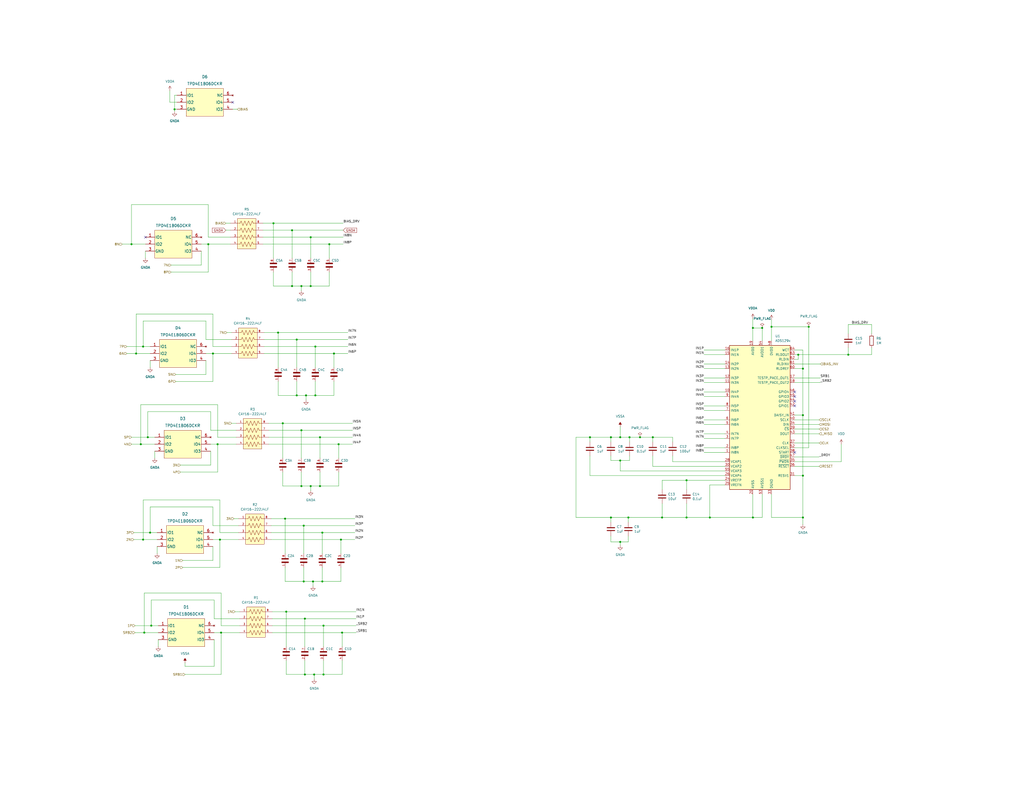
<source format=kicad_sch>
(kicad_sch (version 20211123) (generator eeschema)
  (paper "C")
  (title_block (title "Daisy Functionality") (date "2023-01-05") (rev "A") (company "Brain-4ce"))
  (lib_symbols
    (symbol "Analog_ADC:ADS1298xPAG"
      (property "Reference" "U" (at -16.51 44.45 0))
      (property "Value" "ADS1298xPAG" (at 6.35 44.45 0))
      (symbol "ADS1298xPAG_0_1"
        (rectangle (start -17.78 43.18) (end 15.24 -35.56) (stroke (width 0.254)) (fill (type background)))
      )
      (symbol "ADS1298xPAG_1_1"
        (pin input line (at -20.32 -15.24 0) (length 2.54) (name "IN8N") (number "1"))
        (pin input line (at -20.32 17.78 0) (length 2.54) (name "IN4P") (number "10"))
        (pin input line (at -20.32 22.86 0) (length 2.54) (name "IN3N") (number "11"))
        (pin input line (at -20.32 25.4 0) (length 2.54) (name "IN3P") (number "12"))
        (pin input line (at -20.32 30.48 0) (length 2.54) (name "IN2N") (number "13"))
        (pin input line (at -20.32 33.02 0) (length 2.54) (name "IN2P") (number "14"))
        (pin input line (at -20.32 38.1 0) (length 2.54) (name "IN1N") (number "15"))
        (pin input line (at -20.32 40.64 0) (length 2.54) (name "IN1P") (number "16"))
        (pin bidirectional line (at 17.78 25.4 180) (length 2.54) (name "TESTP_PACE_OUT1") (number "17"))
        (pin bidirectional line (at 17.78 22.86 180) (length 2.54) (name "TESTP_PACE_OUT2") (number "18"))
        (pin power_in line (at -5.08 45.72 270) (length 2.54) (name "AVDD") (number "19"))
        (pin input line (at -20.32 -12.7 0) (length 2.54) (name "IN8P") (number "2"))
        (pin power_in line (at -5.08 -38.1 90) (length 2.54) (name "AVSS") (number "20"))
        (pin passive line (at -5.08 45.72 270) (length 2.54) hide (name "AVDD") (number "21"))
        (pin passive line (at -5.08 45.72 270) (length 2.54) hide (name "AVDD") (number "22"))
        (pin passive line (at -5.08 -38.1 90) (length 2.54) hide (name "AVSS") (number "23"))
        (pin passive line (at -20.32 -30.48 0) (length 2.54) (name "VREFP") (number "24"))
        (pin passive line (at -20.32 -33.02 0) (length 2.54) (name "VREFN") (number "25"))
        (pin passive line (at -20.32 -27.94 0) (length 2.54) (name "VCAP4") (number "26"))
        (pin no_connect line (at 15.24 -30.48 180) (length 2.54) hide (name "NC") (number "27"))
        (pin passive line (at -20.32 -20.32 0) (length 2.54) (name "VCAP1") (number "28"))
        (pin no_connect line (at 15.24 -33.02 180) (length 2.54) hide (name "NC") (number "29"))
        (pin input line (at -20.32 -7.62 0) (length 2.54) (name "IN7P") (number "3"))
        (pin passive line (at -20.32 -22.86 0) (length 2.54) (name "VCAP2") (number "30"))
        (pin input line (at 17.78 -27.94 180) (length 2.54) (name "RESV1") (number "31"))
        (pin passive line (at -5.08 -38.1 90) (length 2.54) hide (name "AVSS") (number "32"))
        (pin power_in line (at 5.08 -38.1 90) (length 2.54) (name "DGND") (number "33"))
        (pin input line (at 17.78 0 180) (length 2.54) (name "DIN") (number "34"))
        (pin input line (at 17.78 -20.32 180) (length 2.54) (name "~{PWDN}") (number "35"))
        (pin input line (at 17.78 -22.86 180) (length 2.54) (name "~{RESET}") (number "36"))
        (pin bidirectional line (at 17.78 -10.16 180) (length 2.54) (name "CLK") (number "37"))
        (pin input line (at 17.78 -15.24 180) (length 2.54) (name "START") (number "38"))
        (pin input line (at 17.78 -2.54 180) (length 2.54) (name "~{CS}") (number "39"))
        (pin input line (at -20.32 -5.08 0) (length 2.54) (name "IN7N") (number "4"))
        (pin input line (at 17.78 2.54 180) (length 2.54) (name "SCLK") (number "40"))
        (pin input line (at 17.78 5.08 180) (length 2.54) (name "DAISY_IN") (number "41"))
        (pin bidirectional line (at 17.78 10.16 180) (length 2.54) (name "GPIO1") (number "42"))
        (pin output line (at 17.78 -5.08 180) (length 2.54) (name "DOUT") (number "43"))
        (pin bidirectional line (at 17.78 12.7 180) (length 2.54) (name "GPIO2") (number "44"))
        (pin bidirectional line (at 17.78 15.24 180) (length 2.54) (name "GPIO3") (number "45"))
        (pin bidirectional line (at 17.78 17.78 180) (length 2.54) (name "GPIO4") (number "46"))
        (pin output line (at 17.78 -17.78 180) (length 2.54) (name "~{DRDY}") (number "47"))
        (pin power_in line (at 5.08 45.72 270) (length 2.54) (name "DVDD") (number "48"))
        (pin passive line (at 5.08 -38.1 90) (length 2.54) hide (name "DGND") (number "49"))
        (pin input line (at -20.32 0 0) (length 2.54) (name "IN6N") (number "5"))
        (pin passive line (at 5.08 45.72 270) (length 2.54) hide (name "DVDD") (number "50"))
        (pin passive line (at 5.08 -38.1 90) (length 2.54) hide (name "DGND") (number "51"))
        (pin input line (at 17.78 -12.7 180) (length 2.54) (name "CLKSEL") (number "52"))
        (pin power_in line (at 0 -38.1 90) (length 2.54) (name "AVSS1") (number "53"))
        (pin power_in line (at 0 45.72 270) (length 2.54) (name "AVDD1") (number "54"))
        (pin passive line (at -20.32 -25.4 0) (length 2.54) (name "VCAP3") (number "55"))
        (pin passive line (at -5.08 45.72 270) (length 2.54) hide (name "AVDD") (number "56"))
        (pin passive line (at -5.08 -38.1 90) (length 2.54) hide (name "AVSS") (number "57"))
        (pin passive line (at -5.08 -38.1 90) (length 2.54) hide (name "AVSS") (number "58"))
        (pin passive line (at -5.08 45.72 270) (length 2.54) hide (name "AVDD") (number "59"))
        (pin input line (at -20.32 2.54 0) (length 2.54) (name "IN6P") (number "6"))
        (pin input line (at 17.78 30.48 180) (length 2.54) (name "RLDREF") (number "60"))
        (pin input line (at 17.78 33.02 180) (length 2.54) (name "RLDINV") (number "61"))
        (pin input line (at 17.78 35.56 180) (length 2.54) (name "RLDIN") (number "62"))
        (pin output line (at 17.78 38.1 180) (length 2.54) (name "RLDOUT") (number "63"))
        (pin output line (at 17.78 40.64 180) (length 2.54) (name "WCT") (number "64"))
        (pin input line (at -20.32 7.62 0) (length 2.54) (name "IN5N") (number "7"))
        (pin input line (at -20.32 10.16 0) (length 2.54) (name "IN5P") (number "8"))
        (pin input line (at -20.32 15.24 0) (length 2.54) (name "IN4N") (number "9"))
      )
    )
    (symbol "Capacitor Arrays:CA0508KRX7R9BB102" (pin_names (offset 1.016))
      (property "Reference" "C" (at 0 3.8109 0))
      (symbol "CA0508KRX7R9BB102_1_0"
        (rectangle (start 0 -1.9069) (end 0.635 1.905) (stroke (width 0.1)) (fill (type outline)))
        (rectangle (start 1.9069 -1.9069) (end 2.54 1.905) (stroke (width 0.1)) (fill (type outline)))
        (pin passive line (at 5.08 0 180) (length 2.54) (name "~") (number "1"))
        (pin passive line (at -2.54 0 0) (length 2.54) (name "~") (number "8"))
      )
      (symbol "CA0508KRX7R9BB102_2_0"
        (rectangle (start 0 -1.9069) (end 0.635 1.905) (stroke (width 0.1)) (fill (type outline)))
        (rectangle (start 1.9069 -1.9069) (end 2.54 1.905) (stroke (width 0.1)) (fill (type outline)))
        (pin passive line (at 5.08 0 180) (length 2.54) (name "~") (number "2"))
        (pin passive line (at -2.54 0 0) (length 2.54) (name "~") (number "7"))
      )
      (symbol "CA0508KRX7R9BB102_3_0"
        (rectangle (start 0 -1.9069) (end 0.635 1.905) (stroke (width 0.1)) (fill (type outline)))
        (rectangle (start 1.9069 -1.9069) (end 2.54 1.905) (stroke (width 0.1)) (fill (type outline)))
        (pin passive line (at 5.08 0 180) (length 2.54) (name "~") (number "3"))
        (pin passive line (at -2.54 0 0) (length 2.54) (name "~") (number "6"))
      )
      (symbol "CA0508KRX7R9BB102_4_0"
        (rectangle (start 0 -1.9069) (end 0.635 1.905) (stroke (width 0.1)) (fill (type outline)))
        (rectangle (start 1.9069 -1.9069) (end 2.54 1.905) (stroke (width 0.1)) (fill (type outline)))
        (pin passive line (at 5.08 0 180) (length 2.54) (name "~") (number "4"))
        (pin passive line (at -2.54 0 0) (length 2.54) (name "~") (number "5"))
      )
    )
    (symbol "Device:C" (pin_numbers hide) (pin_names (offset 0.254))
      (property "Reference" "C" (at 0.635 2.54 0))
      (property "Value" "C" (at 0.635 -2.54 0))
      (symbol "C_0_1"
        (polyline (pts (xy -2.032 -0.762) (xy 2.032 -0.762)) (stroke (width 0.508)))
        (polyline (pts (xy -2.032 0.762) (xy 2.032 0.762)) (stroke (width 0.508)))
      )
      (symbol "C_1_1"
        (pin passive line (at 0 3.81 270) (length 2.794) (name "~") (number "1"))
        (pin passive line (at 0 -3.81 90) (length 2.794) (name "~") (number "2"))
      )
    )
    (symbol "Device:R" (pin_numbers hide) (pin_names (offset 0))
      (property "Reference" "R" (at 2.032 0 90))
      (property "Value" "R" (at 0 0 90))
      (symbol "R_0_1"
        (rectangle (start -1.016 -2.54) (end 1.016 2.54) (stroke (width 0.254)))
      )
      (symbol "R_1_1"
        (pin passive line (at 0 3.81 270) (length 1.27) (name "~") (number "1"))
        (pin passive line (at 0 -3.81 90) (length 1.27) (name "~") (number "2"))
      )
    )
    (symbol "Resistor Arrays:CAY16-222J4LF" (pin_names (offset 1.016))
      (property "Reference" "R" (at 8.89 3.81 0))
      (property "Value" "CAY16-222J4LF" (at 8.89 -16.51 0))
      (symbol "CAY16-222J4LF_0_0"
        (polyline (pts (xy 5.08 -11.43) (xy 5.334 -11.43) (xy 5.842 -10.16) (xy 6.858 -12.7) (xy 7.874 -10.16) (xy 8.89 -12.7) (xy 9.906 -10.16) (xy 10.922 -12.7) (xy 11.938 -10.16) (xy 12.446 -11.43) (xy 12.7 -11.43)))
        (polyline (pts (xy 5.08 -7.62) (xy 5.334 -7.62) (xy 5.842 -6.35) (xy 6.858 -8.89) (xy 7.874 -6.35) (xy 8.89 -8.89) (xy 9.906 -6.35) (xy 10.922 -8.89) (xy 11.938 -6.35) (xy 12.446 -7.62) (xy 12.7 -7.62)))
        (polyline (pts (xy 5.08 -3.81) (xy 5.334 -3.81) (xy 5.842 -2.54) (xy 6.858 -5.08) (xy 7.874 -2.54) (xy 8.89 -5.08) (xy 9.906 -2.54) (xy 10.922 -5.08) (xy 11.938 -2.54) (xy 12.446 -3.81) (xy 12.7 -3.81)))
        (polyline (pts (xy 5.08 0) (xy 5.334 0) (xy 5.842 1.27) (xy 6.858 -1.27) (xy 7.874 1.27) (xy 8.89 -1.27) (xy 9.906 1.27) (xy 10.922 -1.27) (xy 11.938 1.27) (xy 12.446 0) (xy 12.7 0)))
        (rectangle (start 3.81 2.54) (end 13.97 -13.97) (stroke (width 0.1524)) (fill (type background)))
        (pin passive line (at 0 0 0) (length 5.08) (name "~") (number "1"))
        (pin passive line (at 0 -3.81 0) (length 5.08) (name "~") (number "2"))
        (pin passive line (at 0 -7.62 0) (length 5.08) (name "~") (number "3"))
        (pin passive line (at 0 -11.43 0) (length 5.08) (name "~") (number "4"))
        (pin passive line (at 17.78 -11.43 180) (length 5.08) (name "~") (number "5"))
        (pin passive line (at 17.78 -7.62 180) (length 5.08) (name "~") (number "6"))
        (pin passive line (at 17.78 -3.81 180) (length 5.08) (name "~") (number "7"))
        (pin passive line (at 17.78 0 180) (length 5.08) (name "~") (number "8"))
      )
    )
    (symbol "TSV - Diodes:TPD4E1B06DCKR" (pin_names (offset 0.254))
      (property "Reference" "D" (at 15.24 10.16 0))
      (property "Value" "TPD4E1B06DCKR" (at 15.24 7.62 0))
      (symbol "TPD4E1B06DCKR_1_1"
        (rectangle (start 5.08 5.08) (end 25.4 -10.16) (fill (type background)))
        (pin bidirectional line (at 0 1.27 0) (length 5.08) (name "IO1") (number "1"))
        (pin bidirectional line (at 0 -2.54 0) (length 5.08) (name "IO2") (number "2"))
        (pin power_in line (at 0 -6.35 0) (length 5.08) (name "GND") (number "3"))
        (pin bidirectional line (at 30.48 -6.35 180) (length 5.08) (name "IO3") (number "4"))
        (pin bidirectional line (at 30.48 -2.54 180) (length 5.08) (name "IO4") (number "5"))
        (pin no_connect line (at 30.48 1.27 180) (length 5.08) (name "NC") (number "6"))
      )
    )
    (symbol "power:GNDA" (power) (pin_names (offset 0))
      (property "Value" "GNDA" (at 0 -3.81 0))
      (symbol "GNDA_0_1"
        (polyline (pts (xy 0 0) (xy 0 -1.27) (xy 1.27 -1.27) (xy 0 -2.54) (xy -1.27 -1.27) (xy 0 -1.27)))
      )
      (symbol "GNDA_1_1"
        (pin power_in line (at 0 0 270) (length 0) hide (name "GNDA") (number "1"))
      )
    )
    (symbol "power:PWR_FLAG" (power) (pin_numbers hide) (pin_names (offset 0) hide)
      (property "Value" "PWR_FLAG" (at 0 3.81 0))
      (symbol "PWR_FLAG_0_0"
        (pin power_out line (at 0 0 90) (length 0) (name "pwr") (number "1"))
      )
      (symbol "PWR_FLAG_0_1"
        (polyline (pts (xy 0 0) (xy 0 1.27) (xy -1.016 1.905) (xy 0 2.54) (xy 1.016 1.905) (xy 0 1.27)))
      )
    )
    (symbol "power:VDD" (power) (pin_names (offset 0))
      (property "Value" "VDD" (at 0 3.81 0))
      (symbol "VDD_0_1"
        (polyline (pts (xy -0.762 1.27) (xy 0 2.54)))
        (polyline (pts (xy 0 0) (xy 0 2.54)))
        (polyline (pts (xy 0 2.54) (xy 0.762 1.27)))
      )
      (symbol "VDD_1_1"
        (pin power_in line (at 0 0 90) (length 0) hide (name "VDD") (number "1"))
      )
    )
    (symbol "power:VDDA" (power) (pin_names (offset 0))
      (property "Value" "VDDA" (at 0 3.81 0))
      (symbol "VDDA_0_1"
        (polyline (pts (xy -0.762 1.27) (xy 0 2.54)))
        (polyline (pts (xy 0 0) (xy 0 2.54)))
        (polyline (pts (xy 0 2.54) (xy 0.762 1.27)))
      )
      (symbol "VDDA_1_1"
        (pin power_in line (at 0 0 90) (length 0) hide (name "VDDA") (number "1"))
      )
    )
    (symbol "power:VSSA" (power) (pin_names (offset 0))
      (property "Value" "VSSA" (at 0 3.81 0))
      (symbol "VSSA_0_1"
        (polyline (pts (xy 0 0) (xy 0 2.54)))
        (polyline (pts (xy 0.762 1.27) (xy -0.762 1.27) (xy 0 2.54) (xy 0.762 1.27)) (fill (type outline)))
      )
      (symbol "VSSA_1_1"
        (pin power_in line (at 0 0 90) (length 0) hide (name "VSSA") (number "1"))
      )
    )
  )
  (junction (at 186.69 345.44))
  (junction (at 374.65 262.255))
  (junction (at 164.465 265.43))
  (junction (at 415.925 179.07))
  (junction (at 441.325 178.435))
  (junction (at 387.35 282.575))
  (junction (at 421.005 178.435))
  (junction (at 76.835 242.57))
  (junction (at 120.015 294.64))
  (junction (at 165.735 287.02))
  (junction (at 172.085 189.23))
  (junction (at 113.665 133.35))
  (junction (at 172.085 215.9))
  (junction (at 356.235 238.76))
  (junction (at 171.45 368.3))
  (junction (at 179.705 133.35))
  (junction (at 80.645 238.76))
  (junction (at 333.375 238.76))
  (junction (at 78.105 189.23))
  (junction (at 156.21 334.01))
  (junction (at 71.755 133.35))
  (junction (at 161.925 215.9))
  (junction (at 169.545 156.21))
  (junction (at 410.845 179.07))
  (junction (at 159.385 125.73))
  (junction (at 78.105 294.64))
  (junction (at 166.37 337.82))
  (junction (at 333.375 282.575))
  (junction (at 462.915 193.675))
  (junction (at 438.15 201.295))
  (junction (at 176.53 341.63))
  (junction (at 116.205 193.04))
  (junction (at 170.815 317.5))
  (junction (at 165.735 317.5))
  (junction (at 435.61 193.675))
  (junction (at 169.545 129.54))
  (junction (at 338.455 238.76))
  (junction (at 438.15 282.575))
  (junction (at 74.295 193.04))
  (junction (at 120.65 345.44))
  (junction (at 154.305 231.14))
  (junction (at 169.545 265.43))
  (junction (at 81.915 290.83))
  (junction (at 82.55 341.63))
  (junction (at 438.15 259.715))
  (junction (at 349.25 238.76))
  (junction (at 374.65 282.575))
  (junction (at 410.845 282.575))
  (junction (at 167.005 215.9))
  (junction (at 176.53 368.3))
  (junction (at 151.765 181.61))
  (junction (at 338.455 251.46))
  (junction (at 95.25 59.69))
  (junction (at 174.625 265.43))
  (junction (at 338.455 295.91))
  (junction (at 186.055 294.64))
  (junction (at 164.465 156.21))
  (junction (at 342.9 282.575))
  (junction (at 321.945 238.76))
  (junction (at 78.74 345.44))
  (junction (at 175.895 290.83))
  (junction (at 161.925 185.42))
  (junction (at 184.785 242.57))
  (junction (at 164.465 234.95))
  (junction (at 343.535 238.76))
  (junction (at 166.37 368.3))
  (junction (at 159.385 156.21))
  (junction (at 149.225 121.92))
  (junction (at 155.575 283.21))
  (junction (at 361.315 282.575))
  (junction (at 182.245 193.04))
  (junction (at 175.895 317.5))
  (junction (at 438.15 226.695))
  (junction (at 118.745 242.57))
  (junction (at 174.625 238.76))
  (no_connect (at 127 55.88))
  (no_connect (at 433.705 247.015))
  (no_connect (at 433.705 216.535))
  (no_connect (at 433.705 213.995))
  (no_connect (at 433.705 221.615))
  (no_connect (at 79.375 129.54))
  (no_connect (at 433.705 219.075))
  (wire (pts (xy 81.915 193.04) (xy 74.295 193.04)))
  (wire (pts (xy 116.205 294.64) (xy 120.015 294.64)))
  (wire (pts (xy 148.59 341.63) (xy 176.53 341.63)))
  (wire (pts (xy 462.915 177.165) (xy 475.615 177.165)))
  (wire (pts (xy 95.885 208.28) (xy 116.205 208.28)))
  (wire (pts (xy 361.315 282.575) (xy 374.65 282.575)))
  (wire (pts (xy 384.175 206.375) (xy 395.605 206.375)))
  (wire (pts (xy 78.105 189.23) (xy 81.915 189.23)))
  (wire (pts (xy 367.03 248.92) (xy 367.03 252.095)))
  (wire (pts (xy 384.175 198.755) (xy 395.605 198.755)))
  (wire (pts (xy 184.785 265.43) (xy 184.785 257.81)))
  (wire (pts (xy 186.69 345.44) (xy 194.31 345.44)))
  (wire (pts (xy 73.66 341.63) (xy 82.55 341.63)))
  (wire (pts (xy 155.575 283.21) (xy 155.575 302.26)))
  (wire (pts (xy 174.625 265.43) (xy 184.785 265.43)))
  (wire (pts (xy 384.175 244.475) (xy 395.605 244.475)))
  (wire (pts (xy 144.145 185.42) (xy 161.925 185.42)))
  (wire (pts (xy 165.735 287.02) (xy 193.675 287.02)))
  (wire (pts (xy 435.61 196.215) (xy 433.705 196.215)))
  (wire (pts (xy 421.005 269.875) (xy 421.005 282.575)))
  (wire (pts (xy 321.945 259.715) (xy 395.605 259.715)))
  (wire (pts (xy 166.37 360.68) (xy 166.37 368.3)))
  (wire (pts (xy 159.385 156.21) (xy 164.465 156.21)))
  (wire (pts (xy 144.145 193.04) (xy 182.245 193.04)))
  (wire (pts (xy 447.04 254.635) (xy 433.705 254.635)))
  (wire (pts (xy 123.19 125.73) (xy 125.73 125.73)))
  (wire (pts (xy 120.65 345.44) (xy 120.65 368.3)))
  (wire (pts (xy 82.55 327.66) (xy 82.55 341.63)))
  (wire (pts (xy 127.635 283.21) (xy 130.175 283.21)))
  (wire (pts (xy 361.315 262.255) (xy 361.315 267.335)))
  (wire (pts (xy 120.65 323.85) (xy 120.65 341.63)))
  (wire (pts (xy 155.575 309.88) (xy 155.575 317.5)))
  (wire (pts (xy 113.665 129.54) (xy 125.73 129.54)))
  (wire (pts (xy 156.21 360.68) (xy 156.21 368.3)))
  (wire (pts (xy 120.65 345.44) (xy 130.81 345.44)))
  (wire (pts (xy 98.425 257.81) (xy 118.745 257.81)))
  (wire (pts (xy 179.705 156.21) (xy 179.705 148.59)))
  (wire (pts (xy 172.085 189.23) (xy 189.865 189.23)))
  (wire (pts (xy 118.745 238.76) (xy 128.905 238.76)))
  (wire (pts (xy 174.625 257.81) (xy 174.625 265.43)))
  (wire (pts (xy 333.375 292.735) (xy 333.375 295.91)))
  (wire (pts (xy 338.455 251.46) (xy 343.535 251.46)))
  (wire (pts (xy 421.005 174.625) (xy 421.005 178.435)))
  (wire (pts (xy 113.665 148.59) (xy 113.665 133.35)))
  (wire (pts (xy 147.955 290.83) (xy 175.895 290.83)))
  (wire (pts (xy 80.645 224.79) (xy 80.645 238.76)))
  (wire (pts (xy 164.465 257.81) (xy 164.465 265.43)))
  (wire (pts (xy 156.21 368.3) (xy 166.37 368.3)))
  (wire (pts (xy 172.085 189.23) (xy 172.085 200.66)))
  (wire (pts (xy 161.925 215.9) (xy 167.005 215.9)))
  (wire (pts (xy 374.65 262.255) (xy 395.605 262.255)))
  (wire (pts (xy 155.575 283.21) (xy 193.675 283.21)))
  (wire (pts (xy 120.65 341.63) (xy 130.81 341.63)))
  (wire (pts (xy 116.205 276.86) (xy 81.915 276.86)))
  (wire (pts (xy 314.325 238.76) (xy 321.945 238.76)))
  (wire (pts (xy 95.25 52.07) (xy 95.25 59.69)))
  (wire (pts (xy 118.745 220.98) (xy 118.745 238.76)))
  (wire (pts (xy 186.69 345.44) (xy 186.69 353.06)))
  (wire (pts (xy 81.915 196.85) (xy 81.915 200.66)))
  (wire (pts (xy 78.74 345.44) (xy 78.74 323.85)))
  (wire (pts (xy 374.65 274.955) (xy 374.65 282.575)))
  (wire (pts (xy 95.25 59.69) (xy 95.25 60.96)))
  (wire (pts (xy 86.36 345.44) (xy 78.74 345.44)))
  (wire (pts (xy 71.755 133.35) (xy 71.755 111.76)))
  (wire (pts (xy 149.225 148.59) (xy 149.225 156.21)))
  (wire (pts (xy 112.395 196.85) (xy 112.395 204.47)))
  (wire (pts (xy 384.175 229.235) (xy 395.605 229.235)))
  (wire (pts (xy 169.545 129.54) (xy 187.325 129.54)))
  (wire (pts (xy 84.455 242.57) (xy 76.835 242.57)))
  (wire (pts (xy 66.675 133.35) (xy 71.755 133.35)))
  (wire (pts (xy 176.53 360.68) (xy 176.53 368.3)))
  (wire (pts (xy 333.375 282.575) (xy 342.9 282.575)))
  (wire (pts (xy 438.15 191.135) (xy 438.15 201.295)))
  (wire (pts (xy 169.545 156.21) (xy 179.705 156.21)))
  (wire (pts (xy 321.945 238.76) (xy 333.375 238.76)))
  (wire (pts (xy 84.455 246.38) (xy 84.455 250.19)))
  (wire (pts (xy 395.605 264.795) (xy 387.35 264.795)))
  (wire (pts (xy 462.915 182.245) (xy 462.915 177.165)))
  (wire (pts (xy 433.705 259.715) (xy 438.15 259.715)))
  (wire (pts (xy 165.735 317.5) (xy 170.815 317.5)))
  (wire (pts (xy 78.74 323.85) (xy 120.65 323.85)))
  (wire (pts (xy 147.955 294.64) (xy 186.055 294.64)))
  (wire (pts (xy 384.175 247.015) (xy 395.605 247.015)))
  (wire (pts (xy 120.015 273.05) (xy 120.015 290.83)))
  (wire (pts (xy 182.245 193.04) (xy 189.865 193.04)))
  (wire (pts (xy 384.175 208.915) (xy 395.605 208.915)))
  (wire (pts (xy 176.53 368.3) (xy 186.69 368.3)))
  (wire (pts (xy 123.825 181.61) (xy 126.365 181.61)))
  (wire (pts (xy 384.175 239.395) (xy 395.605 239.395)))
  (wire (pts (xy 71.755 238.76) (xy 80.645 238.76)))
  (wire (pts (xy 165.735 309.88) (xy 165.735 317.5)))
  (wire (pts (xy 441.325 178.435) (xy 421.005 178.435)))
  (wire (pts (xy 367.03 238.76) (xy 367.03 241.3)))
  (wire (pts (xy 100.965 368.3) (xy 120.65 368.3)))
  (wire (pts (xy 148.59 334.01) (xy 156.21 334.01)))
  (wire (pts (xy 164.465 156.21) (xy 169.545 156.21)))
  (wire (pts (xy 120.015 294.64) (xy 130.175 294.64)))
  (wire (pts (xy 182.245 193.04) (xy 182.245 200.66)))
  (wire (pts (xy 415.925 179.07) (xy 410.845 179.07)))
  (wire (pts (xy 156.21 334.01) (xy 194.31 334.01)))
  (wire (pts (xy 415.925 282.575) (xy 410.845 282.575)))
  (wire (pts (xy 116.205 306.07) (xy 99.695 306.07)))
  (wire (pts (xy 169.545 129.54) (xy 169.545 140.97)))
  (wire (pts (xy 171.45 368.3) (xy 176.53 368.3)))
  (wire (pts (xy 435.61 193.675) (xy 462.915 193.675)))
  (wire (pts (xy 154.305 257.81) (xy 154.305 265.43)))
  (wire (pts (xy 144.145 189.23) (xy 172.085 189.23)))
  (wire (pts (xy 174.625 238.76) (xy 192.405 238.76)))
  (wire (pts (xy 387.35 264.795) (xy 387.35 282.575)))
  (wire (pts (xy 338.455 295.91) (xy 342.9 295.91)))
  (wire (pts (xy 356.235 254.635) (xy 395.605 254.635)))
  (wire (pts (xy 343.535 238.76) (xy 349.25 238.76)))
  (wire (pts (xy 415.925 186.055) (xy 415.925 179.07)))
  (wire (pts (xy 314.325 238.76) (xy 314.325 282.575)))
  (wire (pts (xy 314.325 282.575) (xy 333.375 282.575)))
  (wire (pts (xy 438.15 259.715) (xy 438.15 282.575)))
  (wire (pts (xy 116.205 171.45) (xy 116.205 189.23)))
  (wire (pts (xy 338.455 257.175) (xy 338.455 251.46)))
  (wire (pts (xy 435.61 193.675) (xy 435.61 196.215)))
  (wire (pts (xy 149.225 121.92) (xy 149.225 140.97)))
  (wire (pts (xy 441.325 244.475) (xy 441.325 178.435)))
  (wire (pts (xy 384.175 213.995) (xy 395.605 213.995)))
  (wire (pts (xy 166.37 337.82) (xy 166.37 353.06)))
  (wire (pts (xy 170.815 317.5) (xy 175.895 317.5)))
  (wire (pts (xy 127 59.69) (xy 129.54 59.69)))
  (wire (pts (xy 78.105 294.64) (xy 78.105 273.05)))
  (wire (pts (xy 333.375 238.76) (xy 338.455 238.76)))
  (wire (pts (xy 342.9 282.575) (xy 342.9 285.115)))
  (wire (pts (xy 343.535 238.76) (xy 343.535 241.3)))
  (wire (pts (xy 321.945 238.76) (xy 321.945 241.3)))
  (wire (pts (xy 384.175 193.675) (xy 395.605 193.675)))
  (wire (pts (xy 92.71 49.53) (xy 92.71 55.88)))
  (wire (pts (xy 421.005 178.435) (xy 421.005 186.055)))
  (wire (pts (xy 333.375 238.76) (xy 333.375 241.3)))
  (wire (pts (xy 167.005 215.9) (xy 172.085 215.9)))
  (wire (pts (xy 447.675 206.375) (xy 433.705 206.375)))
  (wire (pts (xy 169.545 265.43) (xy 174.625 265.43)))
  (wire (pts (xy 114.935 234.95) (xy 114.935 224.79)))
  (wire (pts (xy 161.925 185.42) (xy 189.865 185.42)))
  (wire (pts (xy 338.455 238.76) (xy 338.455 233.045)))
  (wire (pts (xy 143.51 121.92) (xy 149.225 121.92)))
  (wire (pts (xy 184.785 242.57) (xy 184.785 250.19)))
  (wire (pts (xy 114.935 224.79) (xy 80.645 224.79)))
  (wire (pts (xy 433.705 244.475) (xy 441.325 244.475)))
  (wire (pts (xy 79.375 137.16) (xy 79.375 140.97)))
  (wire (pts (xy 438.15 201.295) (xy 438.15 226.695)))
  (wire (pts (xy 128.27 334.01) (xy 130.81 334.01)))
  (wire (pts (xy 165.735 287.02) (xy 165.735 302.26)))
  (wire (pts (xy 447.04 234.315) (xy 433.705 234.315)))
  (wire (pts (xy 151.765 208.28) (xy 151.765 215.9)))
  (wire (pts (xy 146.685 231.14) (xy 154.305 231.14)))
  (wire (pts (xy 159.385 148.59) (xy 159.385 156.21)))
  (wire (pts (xy 333.375 295.91) (xy 338.455 295.91)))
  (wire (pts (xy 143.51 125.73) (xy 159.385 125.73)))
  (wire (pts (xy 71.755 242.57) (xy 76.835 242.57)))
  (wire (pts (xy 410.845 179.07) (xy 410.845 186.055)))
  (wire (pts (xy 333.375 251.46) (xy 338.455 251.46)))
  (wire (pts (xy 79.375 133.35) (xy 71.755 133.35)))
  (wire (pts (xy 172.085 208.28) (xy 172.085 215.9)))
  (wire (pts (xy 128.905 234.95) (xy 114.935 234.95)))
  (wire (pts (xy 338.455 295.91) (xy 338.455 297.815)))
  (wire (pts (xy 78.105 273.05) (xy 120.015 273.05)))
  (wire (pts (xy 433.705 201.295) (xy 438.15 201.295)))
  (wire (pts (xy 342.9 295.91) (xy 342.9 292.735)))
  (wire (pts (xy 171.45 368.3) (xy 171.45 370.84)))
  (wire (pts (xy 126.365 231.14) (xy 128.905 231.14)))
  (wire (pts (xy 116.84 363.855) (xy 100.965 363.855)))
  (wire (pts (xy 384.175 201.295) (xy 395.605 201.295)))
  (wire (pts (xy 69.215 189.23) (xy 78.105 189.23)))
  (wire (pts (xy 433.705 252.095) (xy 459.105 252.095)))
  (wire (pts (xy 85.725 298.45) (xy 85.725 302.26)))
  (wire (pts (xy 73.025 294.64) (xy 78.105 294.64)))
  (wire (pts (xy 421.005 282.575) (xy 438.15 282.575)))
  (wire (pts (xy 144.145 181.61) (xy 151.765 181.61)))
  (wire (pts (xy 447.675 198.755) (xy 433.705 198.755)))
  (wire (pts (xy 154.305 231.14) (xy 192.405 231.14)))
  (wire (pts (xy 161.925 208.28) (xy 161.925 215.9)))
  (wire (pts (xy 462.915 193.675) (xy 462.915 189.865)))
  (wire (pts (xy 338.455 257.175) (xy 395.605 257.175)))
  (wire (pts (xy 415.925 269.875) (xy 415.925 282.575)))
  (wire (pts (xy 384.175 191.135) (xy 395.605 191.135)))
  (wire (pts (xy 447.04 241.935) (xy 433.705 241.935)))
  (wire (pts (xy 154.305 265.43) (xy 164.465 265.43)))
  (wire (pts (xy 114.935 246.38) (xy 114.935 254)))
  (wire (pts (xy 176.53 341.63) (xy 176.53 353.06)))
  (wire (pts (xy 120.015 309.88) (xy 120.015 294.64)))
  (wire (pts (xy 342.9 282.575) (xy 361.315 282.575)))
  (wire (pts (xy 174.625 238.76) (xy 174.625 250.19)))
  (wire (pts (xy 109.855 144.78) (xy 93.345 144.78)))
  (wire (pts (xy 146.685 238.76) (xy 174.625 238.76)))
  (wire (pts (xy 80.645 238.76) (xy 84.455 238.76)))
  (wire (pts (xy 100.965 363.855) (xy 100.965 361.95)))
  (wire (pts (xy 81.915 290.83) (xy 85.725 290.83)))
  (wire (pts (xy 161.925 185.42) (xy 161.925 200.66)))
  (wire (pts (xy 82.55 341.63) (xy 86.36 341.63)))
  (wire (pts (xy 154.305 231.14) (xy 154.305 250.19)))
  (wire (pts (xy 85.725 294.64) (xy 78.105 294.64)))
  (wire (pts (xy 116.205 208.28) (xy 116.205 193.04)))
  (wire (pts (xy 433.705 191.135) (xy 438.15 191.135)))
  (wire (pts (xy 169.545 148.59) (xy 169.545 156.21)))
  (wire (pts (xy 182.245 215.9) (xy 182.245 208.28)))
  (wire (pts (xy 116.84 327.66) (xy 82.55 327.66)))
  (wire (pts (xy 356.235 238.76) (xy 356.235 241.3)))
  (wire (pts (xy 114.935 254) (xy 98.425 254)))
  (wire (pts (xy 167.005 215.9) (xy 167.005 218.44)))
  (wire (pts (xy 149.225 156.21) (xy 159.385 156.21)))
  (wire (pts (xy 143.51 133.35) (xy 179.705 133.35)))
  (wire (pts (xy 186.055 294.64) (xy 193.675 294.64)))
  (wire (pts (xy 384.175 216.535) (xy 395.605 216.535)))
  (wire (pts (xy 148.59 337.82) (xy 166.37 337.82)))
  (wire (pts (xy 123.19 121.92) (xy 125.73 121.92)))
  (wire (pts (xy 321.945 248.92) (xy 321.945 259.715)))
  (wire (pts (xy 146.685 234.95) (xy 164.465 234.95)))
  (wire (pts (xy 126.365 185.42) (xy 112.395 185.42)))
  (wire (pts (xy 164.465 156.21) (xy 164.465 158.75)))
  (wire (pts (xy 374.65 262.255) (xy 374.65 267.335)))
  (wire (pts (xy 175.895 290.83) (xy 175.895 302.26)))
  (wire (pts (xy 151.765 181.61) (xy 151.765 200.66)))
  (wire (pts (xy 186.69 368.3) (xy 186.69 360.68)))
  (wire (pts (xy 447.675 208.915) (xy 433.705 208.915)))
  (wire (pts (xy 96.52 55.88) (xy 92.71 55.88)))
  (wire (pts (xy 99.695 309.88) (xy 120.015 309.88)))
  (wire (pts (xy 356.235 248.92) (xy 356.235 254.635)))
  (wire (pts (xy 387.35 282.575) (xy 374.65 282.575)))
  (wire (pts (xy 433.705 226.695) (xy 438.15 226.695)))
  (wire (pts (xy 86.36 349.25) (xy 86.36 353.06)))
  (wire (pts (xy 164.465 234.95) (xy 164.465 250.19)))
  (wire (pts (xy 130.175 287.02) (xy 116.205 287.02)))
  (wire (pts (xy 156.21 334.01) (xy 156.21 353.06)))
  (wire (pts (xy 447.04 236.855) (xy 433.705 236.855)))
  (wire (pts (xy 447.04 229.235) (xy 433.705 229.235)))
  (wire (pts (xy 410.845 173.99) (xy 410.845 179.07)))
  (wire (pts (xy 76.835 220.98) (xy 118.745 220.98)))
  (wire (pts (xy 116.84 337.82) (xy 116.84 327.66)))
  (wire (pts (xy 147.955 287.02) (xy 165.735 287.02)))
  (wire (pts (xy 148.59 345.44) (xy 186.69 345.44)))
  (wire (pts (xy 113.665 133.35) (xy 125.73 133.35)))
  (wire (pts (xy 74.295 171.45) (xy 116.205 171.45)))
  (wire (pts (xy 175.895 290.83) (xy 193.675 290.83)))
  (wire (pts (xy 356.235 238.76) (xy 367.03 238.76)))
  (wire (pts (xy 384.175 221.615) (xy 395.605 221.615)))
  (wire (pts (xy 116.84 349.25) (xy 116.84 363.855)))
  (wire (pts (xy 120.015 290.83) (xy 130.175 290.83)))
  (wire (pts (xy 333.375 248.92) (xy 333.375 251.46)))
  (wire (pts (xy 384.175 231.775) (xy 395.605 231.775)))
  (wire (pts (xy 109.855 137.16) (xy 109.855 144.78)))
  (wire (pts (xy 155.575 317.5) (xy 165.735 317.5)))
  (wire (pts (xy 118.745 242.57) (xy 128.905 242.57)))
  (wire (pts (xy 113.665 111.76) (xy 113.665 129.54)))
  (wire (pts (xy 112.395 204.47) (xy 95.885 204.47)))
  (wire (pts (xy 169.545 265.43) (xy 169.545 267.97)))
  (wire (pts (xy 462.915 193.675) (xy 475.615 193.675)))
  (wire (pts (xy 71.755 111.76) (xy 113.665 111.76)))
  (wire (pts (xy 361.315 262.255) (xy 374.65 262.255)))
  (wire (pts (xy 447.04 249.555) (xy 433.705 249.555)))
  (wire (pts (xy 143.51 129.54) (xy 169.545 129.54)))
  (wire (pts (xy 73.025 290.83) (xy 81.915 290.83)))
  (wire (pts (xy 151.765 215.9) (xy 161.925 215.9)))
  (wire (pts (xy 361.315 274.955) (xy 361.315 282.575)))
  (wire (pts (xy 116.205 193.04) (xy 126.365 193.04)))
  (wire (pts (xy 384.175 236.855) (xy 395.605 236.855)))
  (wire (pts (xy 116.205 189.23) (xy 126.365 189.23)))
  (wire (pts (xy 186.055 317.5) (xy 186.055 309.88)))
  (wire (pts (xy 116.205 298.45) (xy 116.205 306.07)))
  (wire (pts (xy 435.61 193.675) (xy 433.705 193.675)))
  (wire (pts (xy 73.66 345.44) (xy 78.74 345.44)))
  (wire (pts (xy 395.605 252.095) (xy 367.03 252.095)))
  (wire (pts (xy 149.225 121.92) (xy 187.325 121.92)))
  (wire (pts (xy 172.085 215.9) (xy 182.245 215.9)))
  (wire (pts (xy 130.81 337.82) (xy 116.84 337.82)))
  (wire (pts (xy 170.815 317.5) (xy 170.815 320.04)))
  (wire (pts (xy 159.385 125.73) (xy 159.385 140.97)))
  (wire (pts (xy 112.395 175.26) (xy 78.105 175.26)))
  (wire (pts (xy 410.845 282.575) (xy 387.35 282.575)))
  (wire (pts (xy 459.105 252.095) (xy 459.105 242.57)))
  (wire (pts (xy 179.705 133.35) (xy 179.705 140.97)))
  (wire (pts (xy 338.455 238.76) (xy 343.535 238.76)))
  (wire (pts (xy 116.84 345.44) (xy 120.65 345.44)))
  (wire (pts (xy 410.845 269.875) (xy 410.845 282.575)))
  (wire (pts (xy 475.615 177.165) (xy 475.615 182.245)))
  (wire (pts (xy 146.685 242.57) (xy 184.785 242.57)))
  (wire (pts (xy 76.835 242.57) (xy 76.835 220.98)))
  (wire (pts (xy 175.895 317.5) (xy 186.055 317.5)))
  (wire (pts (xy 93.345 148.59) (xy 113.665 148.59)))
  (wire (pts (xy 114.935 242.57) (xy 118.745 242.57)))
  (wire (pts (xy 112.395 193.04) (xy 116.205 193.04)))
  (wire (pts (xy 74.295 193.04) (xy 74.295 171.45)))
  (wire (pts (xy 447.04 231.775) (xy 433.705 231.775)))
  (wire (pts (xy 147.955 283.21) (xy 155.575 283.21)))
  (wire (pts (xy 475.615 193.675) (xy 475.615 189.865)))
  (wire (pts (xy 166.37 368.3) (xy 171.45 368.3)))
  (wire (pts (xy 343.535 248.92) (xy 343.535 251.46)))
  (wire (pts (xy 95.25 52.07) (xy 96.52 52.07)))
  (wire (pts (xy 118.745 257.81) (xy 118.745 242.57)))
  (wire (pts (xy 175.895 309.88) (xy 175.895 317.5)))
  (wire (pts (xy 95.25 59.69) (xy 96.52 59.69)))
  (wire (pts (xy 116.205 287.02) (xy 116.205 276.86)))
  (wire (pts (xy 112.395 185.42) (xy 112.395 175.26)))
  (wire (pts (xy 166.37 337.82) (xy 194.31 337.82)))
  (wire (pts (xy 438.15 282.575) (xy 438.15 286.385)))
  (wire (pts (xy 81.915 276.86) (xy 81.915 290.83)))
  (wire (pts (xy 78.105 175.26) (xy 78.105 189.23)))
  (wire (pts (xy 438.15 226.695) (xy 438.15 259.715)))
  (wire (pts (xy 384.175 224.155) (xy 395.605 224.155)))
  (wire (pts (xy 69.215 193.04) (xy 74.295 193.04)))
  (wire (pts (xy 151.765 181.61) (xy 189.865 181.61)))
  (wire (pts (xy 164.465 265.43) (xy 169.545 265.43)))
  (wire (pts (xy 349.25 238.76) (xy 356.235 238.76)))
  (wire (pts (xy 186.055 294.64) (xy 186.055 302.26)))
  (wire (pts (xy 179.705 133.35) (xy 187.325 133.35)))
  (wire (pts (xy 109.855 133.35) (xy 113.665 133.35)))
  (wire (pts (xy 159.385 125.73) (xy 187.325 125.73)))
  (wire (pts (xy 176.53 341.63) (xy 194.31 341.63)))
  (wire (pts (xy 164.465 234.95) (xy 192.405 234.95)))
  (wire (pts (xy 333.375 282.575) (xy 333.375 285.115)))
  (wire (pts (xy 184.785 242.57) (xy 192.405 242.57)))
  (label "IN6N" (at 384.175 231.775 180))
  (label "IN7N" (at 189.865 181.61 0))
  (label "IN6P" (at 384.175 229.235 180))
  (label "IN5N" (at 192.405 231.14 0))
  (label "IN7P" (at 189.865 185.42 0))
  (label "IN4N" (at 192.405 238.76 0))
  (label "SRB1" (at 447.675 206.375 0))
  (label "IN3P" (at 384.175 206.375 180))
  (label "IN8N" (at 187.325 129.54 0))
  (label "IN1P" (at 194.31 337.82 0))
  (label "_SRB2" (at 194.31 341.63 0))
  (label "IN4N" (at 384.175 216.535 180))
  (label "IN3N" (at 384.175 208.915 180))
  (label "IN7N" (at 384.175 239.395 180))
  (label "IN2N" (at 384.175 201.295 180))
  (label "BIAS_DRV" (at 187.325 121.92 0))
  (label "_DRDY" (at 447.04 249.555 0))
  (label "_SRB2" (at 447.675 208.915 0))
  (label "IN8P" (at 187.325 133.35 0))
  (label "IN1N" (at 194.31 334.01 0))
  (label "IN4P" (at 384.175 213.995 180))
  (label "IN3N" (at 193.675 283.21 0))
  (label "IN2N" (at 193.675 290.83 0))
  (label "IN8P" (at 384.175 244.475 180))
  (label "_SRB1" (at 194.31 345.44 0))
  (label "IN6N" (at 189.865 189.23 0))
  (label "BIAS_DRV" (at 473.71 177.165 180))
  (label "IN4P" (at 192.405 242.57 0))
  (label "IN7P" (at 384.175 236.855 180))
  (label "IN8N" (at 384.175 247.015 180))
  (label "IN2P" (at 193.675 294.64 0))
  (label "IN5P" (at 192.405 234.95 0))
  (label "IN2P" (at 384.175 198.755 180))
  (label "IN6P" (at 189.865 193.04 0))
  (label "IN5P" (at 384.175 221.615 180))
  (label "IN1P" (at 384.175 191.135 180))
  (label "IN5N" (at 384.175 224.155 180))
  (label "IN1N" (at 384.175 193.675 180))
  (label "IN3P" (at 193.675 287.02 0))
  (global_label "GNDA" (shape input) (at 187.325 125.73 0) (property "Intersheet References" "${INTERSHEET_REFS}" (effects hide)))
  (global_label "GNDA" (shape input) (at 123.19 125.73 180) (property "Intersheet References" "${INTERSHEET_REFS}" (effects hide)))
  (hierarchical_label "BIAS" (shape input) (at 123.19 121.92 180))
  (hierarchical_label "5N" (shape input) (at 126.365 231.14 180))
  (hierarchical_label "BIAS_INV" (shape input) (at 447.675 198.755 0))
  (hierarchical_label "4P" (shape input) (at 98.425 257.81 180))
  (hierarchical_label "3P" (shape input) (at 73.025 290.83 180))
  (hierarchical_label "6N" (shape input) (at 69.215 193.04 180))
  (hierarchical_label "_MISO" (shape input) (at 447.04 236.855 0))
  (hierarchical_label "1N" (shape input) (at 128.27 334.01 180))
  (hierarchical_label "3N" (shape input) (at 127.635 283.21 180))
  (hierarchical_label "5P" (shape input) (at 71.755 238.76 180))
  (hierarchical_label "1P" (shape input) (at 73.66 341.63 180))
  (hierarchical_label "4N" (shape input) (at 71.755 242.57 180))
  (hierarchical_label "2P" (shape input) (at 99.695 309.88 180))
  (hierarchical_label "6P" (shape input) (at 95.885 208.28 180))
  (hierarchical_label "2N" (shape input) (at 73.025 294.64 180))
  (hierarchical_label "SCLK" (shape input) (at 447.04 229.235 0))
  (hierarchical_label "3N" (shape input) (at 98.425 254 180))
  (hierarchical_label "8N" (shape input) (at 66.675 133.35 180))
  (hierarchical_label "7N" (shape input) (at 123.825 181.61 180))
  (hierarchical_label "SRB1" (shape input) (at 100.965 368.3 180))
  (hierarchical_label "1N" (shape input) (at 99.695 306.07 180))
  (hierarchical_label "RESET" (shape input) (at 447.04 254.635 0))
  (hierarchical_label "CS2" (shape input) (at 447.04 234.315 0))
  (hierarchical_label "8P" (shape input) (at 93.345 148.59 180))
  (hierarchical_label "BIAS" (shape input) (at 129.54 59.69 0))
  (hierarchical_label "5N" (shape input) (at 95.885 204.47 180))
  (hierarchical_label "CLK" (shape input) (at 447.04 241.935 0))
  (hierarchical_label "MOSI" (shape input) (at 447.04 231.775 0))
  (hierarchical_label "7P" (shape input) (at 69.215 189.23 180))
  (hierarchical_label "SRB2" (shape input) (at 73.66 345.44 180))
  (hierarchical_label "7N" (shape input) (at 93.345 144.78 180))
  (symbol (lib_id "power:VDDA") (at 410.845 173.99 0) (unit 1)
    (property "Reference" "#PWR0116" (effects hide))
    (property "Value" "VDDA" (at 410.845 168.275 0))
  )
  (symbol (lib_id "power:GNDA") (at 84.455 250.19 0) (unit 1)
    (property "Reference" "#PWR0112" (effects hide))
    (property "Value" "GNDA" (at 84.455 255.27 0))
  )
  (symbol (lib_id "Capacitor Arrays:CA0508KRX7R9BB102") (at 182.245 203.2 270) (unit 4)
    (property "Reference" "C4" (at 183.515 201.93 90) (effects (justify left)))
    (property "Value" "CA0508KRX7R9BB102" (effects hide))
    (property "Footprint" "Capacitor Arrays:CAPCAXE50P210X130X94-8N" (effects hide))
    (property "STANDARD" "IPC-7351B" (effects hide))
    (property "MANUFACTURER" "Yageo" (effects hide))
    (property "MAXIMUM_PACKAGE_HEIGHT" "0.94mm" (effects hide))
  )
  (symbol (lib_id "Resistor Arrays:CAY16-222J4LF") (at 126.365 181.61 0) (unit 1)
    (property "Reference" "R4" (at 135.255 173.99 0))
    (property "Value" "CAY16-222J4LF" (at 135.255 176.53 0))
    (property "Footprint" "Resistor Arrays:RESCAF80P320X160X60-8N" (effects hide))
    (property "STANDARD" "IPC-7351B" (effects hide))
    (property "MANUFACTURER" "Bourns" (effects hide))
  )
  (symbol (lib_id "TSV - Diodes:TPD4E1B06DCKR") (at 81.915 190.5 0) (unit 1)
    (property "Reference" "D4" (at 97.155 179.07 0) (effects (font (size 1.524 1.524))))
    (property "Value" "TPD4E1B06DCKR" (at 97.155 182.88 0) (effects (font (size 1.524 1.524))))
    (property "Footprint" "DCK6_TEX" (effects hide))
  )
  (symbol (lib_id "Capacitor Arrays:CA0508KRX7R9BB102") (at 155.575 304.8 270) (unit 1)
    (property "Reference" "C2" (at 156.845 303.53 90) (effects (justify left)))
    (property "Value" "CA0508KRX7R9BB102" (effects hide))
    (property "Footprint" "Capacitor Arrays:CAPCAXE50P210X130X94-8N" (effects hide))
    (property "STANDARD" "IPC-7351B" (effects hide))
    (property "MANUFACTURER" "Yageo" (effects hide))
    (property "MAXIMUM_PACKAGE_HEIGHT" "0.94mm" (effects hide))
  )
  (symbol (lib_id "Capacitor Arrays:CA0508KRX7R9BB102") (at 176.53 355.6 270) (unit 3)
    (property "Reference" "C1" (at 177.8 354.33 90) (effects (justify left)))
    (property "Value" "CA0508KRX7R9BB102" (effects hide))
    (property "Footprint" "Capacitor Arrays:CAPCAXE50P210X130X94-8N" (effects hide))
    (property "STANDARD" "IPC-7351B" (effects hide))
    (property "MANUFACTURER" "Yageo" (effects hide))
    (property "MAXIMUM_PACKAGE_HEIGHT" "0.94mm" (effects hide))
  )
  (symbol (lib_id "Resistor Arrays:CAY16-222J4LF") (at 125.73 121.92 0) (unit 1)
    (property "Reference" "R5" (at 134.62 114.3 0))
    (property "Value" "CAY16-222J4LF" (at 134.62 116.84 0))
    (property "Footprint" "Resistor Arrays:RESCAF80P320X160X60-8N" (effects hide))
    (property "STANDARD" "IPC-7351B" (effects hide))
    (property "MANUFACTURER" "Bourns" (effects hide))
  )
  (symbol (lib_id "power:GNDA") (at 79.375 140.97 0) (unit 1)
    (property "Reference" "#PWR0102" (effects hide))
    (property "Value" "GNDA" (at 79.375 146.05 0))
  )
  (symbol (lib_id "Analog_ADC:ADS1298xPAG") (at 415.925 231.775 0) (unit 1)
    (property "Reference" "U1" (at 423.0244 183.515 0) (effects (justify left)))
    (property "Value" "ADS129x" (at 423.0244 186.055 0) (effects (justify left)))
    (property "Footprint" "Package_QFP:TQFP-64_10x10mm_P0.5mm" (effects hide))
    (property "Datasheet" "http://www.ti.com/lit/ds/symlink/ads1298.pdf" (effects hide))
  )
  (symbol (lib_id "TSV - Diodes:TPD4E1B06DCKR") (at 86.36 342.9 0) (unit 1)
    (property "Reference" "D1" (at 101.6 331.47 0) (effects (font (size 1.524 1.524))))
    (property "Value" "TPD4E1B06DCKR" (at 101.6 335.28 0) (effects (font (size 1.524 1.524))))
    (property "Footprint" "DCK6_TEX" (effects hide))
  )
  (symbol (lib_id "power:GNDA") (at 171.45 370.84 0) (unit 1)
    (property "Reference" "#PWR0108" (effects hide))
    (property "Value" "GNDA" (at 171.45 375.92 0))
  )
  (symbol (lib_id "Device:C") (at 374.65 271.145 0) (unit 1)
    (property "Reference" "C14" (at 377.825 269.8749 0) (effects (justify left)))
    (property "Value" "0.1uF" (at 377.825 272.4149 0) (effects (justify left)))
  )
  (symbol (lib_id "Capacitor Arrays:CA0508KRX7R9BB102") (at 161.925 203.2 270) (unit 2)
    (property "Reference" "C4" (at 163.195 201.93 90) (effects (justify left)))
    (property "Value" "CA0508KRX7R9BB102" (effects hide))
    (property "Footprint" "Capacitor Arrays:CAPCAXE50P210X130X94-8N" (effects hide))
    (property "STANDARD" "IPC-7351B" (effects hide))
    (property "MANUFACTURER" "Yageo" (effects hide))
    (property "MAXIMUM_PACKAGE_HEIGHT" "0.94mm" (effects hide))
  )
  (symbol (lib_id "Capacitor Arrays:CA0508KRX7R9BB102") (at 169.545 143.51 270) (unit 3)
    (property "Reference" "C5" (at 170.815 142.24 90) (effects (justify left)))
    (property "Value" "CA0508KRX7R9BB102" (effects hide))
    (property "Footprint" "Capacitor Arrays:CAPCAXE50P210X130X94-8N" (effects hide))
    (property "STANDARD" "IPC-7351B" (effects hide))
    (property "MANUFACTURER" "Yageo" (effects hide))
    (property "MAXIMUM_PACKAGE_HEIGHT" "0.94mm" (effects hide))
  )
  (symbol (lib_id "power:PWR_FLAG") (at 441.325 178.435 0) (unit 1)
    (property "Reference" "#FLG0102" (effects hide))
    (property "Value" "PWR_FLAG" (at 441.325 172.72 0))
  )
  (symbol (lib_id "Device:C") (at 321.945 245.11 0) (unit 1)
    (property "Reference" "C6" (at 325.755 243.8399 0) (effects (justify left)))
    (property "Value" "1uF" (at 325.755 246.3799 0) (effects (justify left)))
  )
  (symbol (lib_id "Resistor Arrays:CAY16-222J4LF") (at 128.905 231.14 0) (unit 1)
    (property "Reference" "R3" (at 137.795 223.52 0))
    (property "Value" "CAY16-222J4LF" (at 137.795 226.06 0))
    (property "Footprint" "Resistor Arrays:RESCAF80P320X160X60-8N" (effects hide))
    (property "STANDARD" "IPC-7351B" (effects hide))
    (property "MANUFACTURER" "Bourns" (effects hide))
  )
  (symbol (lib_id "power:PWR_FLAG") (at 349.25 238.76 0) (unit 1)
    (property "Reference" "#FLG0101" (effects hide))
    (property "Value" "PWR_FLAG" (at 349.25 233.68 0))
  )
  (symbol (lib_id "Device:C") (at 342.9 288.925 0) (unit 1)
    (property "Reference" "C9" (at 346.075 287.6549 0) (effects (justify left)))
    (property "Value" "1uF" (at 346.075 290.1949 0) (effects (justify left)))
  )
  (symbol (lib_id "Capacitor Arrays:CA0508KRX7R9BB102") (at 154.305 252.73 270) (unit 1)
    (property "Reference" "C3" (at 155.575 251.46 90) (effects (justify left)))
    (property "Value" "CA0508KRX7R9BB102" (effects hide))
    (property "Footprint" "Capacitor Arrays:CAPCAXE50P210X130X94-8N" (effects hide))
    (property "STANDARD" "IPC-7351B" (effects hide))
    (property "MANUFACTURER" "Yageo" (effects hide))
    (property "MAXIMUM_PACKAGE_HEIGHT" "0.94mm" (effects hide))
  )
  (symbol (lib_id "power:GNDA") (at 169.545 267.97 0) (unit 1)
    (property "Reference" "#PWR0107" (effects hide))
    (property "Value" "GNDA" (at 169.545 273.05 0))
  )
  (symbol (lib_id "power:VSSA") (at 338.455 233.045 0) (unit 1)
    (property "Reference" "#PWR0119" (effects hide))
    (property "Value" "VSSA" (at 338.455 227.33 0))
  )
  (symbol (lib_id "Capacitor Arrays:CA0508KRX7R9BB102") (at 174.625 252.73 270) (unit 3)
    (property "Reference" "C3" (at 175.895 251.46 90) (effects (justify left)))
    (property "Value" "CA0508KRX7R9BB102" (effects hide))
    (property "Footprint" "Capacitor Arrays:CAPCAXE50P210X130X94-8N" (effects hide))
    (property "STANDARD" "IPC-7351B" (effects hide))
    (property "MANUFACTURER" "Yageo" (effects hide))
    (property "MAXIMUM_PACKAGE_HEIGHT" "0.94mm" (effects hide))
  )
  (symbol (lib_id "power:VDD") (at 459.105 242.57 0) (unit 1)
    (property "Reference" "#PWR0118" (effects hide))
    (property "Value" "VDD" (at 459.105 236.855 0))
  )
  (symbol (lib_id "Capacitor Arrays:CA0508KRX7R9BB102") (at 151.765 203.2 270) (unit 1)
    (property "Reference" "C4" (at 153.035 201.93 90) (effects (justify left)))
    (property "Value" "CA0508KRX7R9BB102" (effects hide))
    (property "Footprint" "Capacitor Arrays:CAPCAXE50P210X130X94-8N" (effects hide))
    (property "STANDARD" "IPC-7351B" (effects hide))
    (property "MANUFACTURER" "Yageo" (effects hide))
    (property "MAXIMUM_PACKAGE_HEIGHT" "0.94mm" (effects hide))
  )
  (symbol (lib_id "Capacitor Arrays:CA0508KRX7R9BB102") (at 166.37 355.6 270) (unit 2)
    (property "Reference" "C1" (at 167.64 354.33 90) (effects (justify left)))
    (property "Value" "CA0508KRX7R9BB102" (effects hide))
    (property "Footprint" "Capacitor Arrays:CAPCAXE50P210X130X94-8N" (effects hide))
    (property "STANDARD" "IPC-7351B" (effects hide))
    (property "MANUFACTURER" "Yageo" (effects hide))
    (property "MAXIMUM_PACKAGE_HEIGHT" "0.94mm" (effects hide))
  )
  (symbol (lib_id "power:VDDA") (at 92.71 49.53 0) (unit 1)
    (property "Reference" "#PWR0103" (effects hide))
    (property "Value" "VDDA" (at 92.71 44.45 0))
  )
  (symbol (lib_id "Capacitor Arrays:CA0508KRX7R9BB102") (at 159.385 143.51 270) (unit 2)
    (property "Reference" "C5" (at 160.655 142.24 90) (effects (justify left)))
    (property "Value" "CA0508KRX7R9BB102" (effects hide))
    (property "Footprint" "Capacitor Arrays:CAPCAXE50P210X130X94-8N" (effects hide))
    (property "STANDARD" "IPC-7351B" (effects hide))
    (property "MANUFACTURER" "Yageo" (effects hide))
    (property "MAXIMUM_PACKAGE_HEIGHT" "0.94mm" (effects hide))
  )
  (symbol (lib_id "Device:R") (at 475.615 186.055 0) (unit 1)
    (property "Reference" "R6" (at 478.155 184.7849 0) (effects (justify left)))
    (property "Value" "1M" (at 478.155 187.3249 0) (effects (justify left)))
  )
  (symbol (lib_id "power:VDD") (at 421.005 174.625 0) (unit 1)
    (property "Reference" "#PWR0115" (effects hide))
    (property "Value" "VDD" (at 421.005 169.545 0))
  )
  (symbol (lib_id "Capacitor Arrays:CA0508KRX7R9BB102") (at 156.21 355.6 270) (unit 1)
    (property "Reference" "C1" (at 157.48 354.33 90) (effects (justify left)))
    (property "Value" "CA0508KRX7R9BB102" (effects hide))
    (property "Footprint" "Capacitor Arrays:CAPCAXE50P210X130X94-8N" (effects hide))
    (property "STANDARD" "IPC-7351B" (effects hide))
    (property "MANUFACTURER" "Yageo" (effects hide))
    (property "MAXIMUM_PACKAGE_HEIGHT" "0.94mm" (effects hide))
  )
  (symbol (lib_id "TSV - Diodes:TPD4E1B06DCKR") (at 96.52 53.34 0) (unit 1)
    (property "Reference" "D6" (at 111.76 41.91 0) (effects (font (size 1.524 1.524))))
    (property "Value" "TPD4E1B06DCKR" (at 111.76 45.72 0) (effects (font (size 1.524 1.524))))
    (property "Footprint" "DCK6_TEX" (effects hide))
  )
  (symbol (lib_id "power:GNDA") (at 438.15 286.385 0) (unit 1)
    (property "Reference" "#PWR0117" (effects hide))
    (property "Value" "GNDA" (at 438.15 290.83 0))
  )
  (symbol (lib_id "Capacitor Arrays:CA0508KRX7R9BB102") (at 164.465 252.73 270) (unit 2)
    (property "Reference" "C3" (at 165.735 251.46 90) (effects (justify left)))
    (property "Value" "CA0508KRX7R9BB102" (effects hide))
    (property "Footprint" "Capacitor Arrays:CAPCAXE50P210X130X94-8N" (effects hide))
    (property "STANDARD" "IPC-7351B" (effects hide))
    (property "MANUFACTURER" "Yageo" (effects hide))
    (property "MAXIMUM_PACKAGE_HEIGHT" "0.94mm" (effects hide))
  )
  (symbol (lib_id "Capacitor Arrays:CA0508KRX7R9BB102") (at 186.69 355.6 270) (unit 4)
    (property "Reference" "C1" (at 187.96 354.33 90) (effects (justify left)))
    (property "Value" "CA0508KRX7R9BB102" (effects hide))
    (property "Footprint" "Capacitor Arrays:CAPCAXE50P210X130X94-8N" (effects hide))
    (property "STANDARD" "IPC-7351B" (effects hide))
    (property "MANUFACTURER" "Yageo" (effects hide))
    (property "MAXIMUM_PACKAGE_HEIGHT" "0.94mm" (effects hide))
  )
  (symbol (lib_id "TSV - Diodes:TPD4E1B06DCKR") (at 84.455 240.03 0) (unit 1)
    (property "Reference" "D3" (at 99.695 228.6 0) (effects (font (size 1.524 1.524))))
    (property "Value" "TPD4E1B06DCKR" (at 99.695 232.41 0) (effects (font (size 1.524 1.524))))
    (property "Footprint" "DCK6_TEX" (effects hide))
  )
  (symbol (lib_id "Capacitor Arrays:CA0508KRX7R9BB102") (at 184.785 252.73 270) (unit 4)
    (property "Reference" "C3" (at 186.055 251.46 90) (effects (justify left)))
    (property "Value" "CA0508KRX7R9BB102" (effects hide))
    (property "Footprint" "Capacitor Arrays:CAPCAXE50P210X130X94-8N" (effects hide))
    (property "STANDARD" "IPC-7351B" (effects hide))
    (property "MANUFACTURER" "Yageo" (effects hide))
    (property "MAXIMUM_PACKAGE_HEIGHT" "0.94mm" (effects hide))
  )
  (symbol (lib_id "Device:C") (at 333.375 288.925 0) (unit 1)
    (property "Reference" "C7" (at 336.55 287.6549 0) (effects (justify left)))
    (property "Value" "1uF" (at 336.55 290.1949 0) (effects (justify left)))
  )
  (symbol (lib_id "Resistor Arrays:CAY16-222J4LF") (at 130.81 334.01 0) (unit 1)
    (property "Reference" "R1" (at 139.7 326.39 0))
    (property "Value" "CAY16-222J4LF" (at 139.7 328.93 0))
    (property "Footprint" "Resistor Arrays:RESCAF80P320X160X60-8N" (effects hide))
    (property "STANDARD" "IPC-7351B" (effects hide))
    (property "MANUFACTURER" "Bourns" (effects hide))
  )
  (symbol (lib_id "power:PWR_FLAG") (at 415.925 179.07 0) (unit 1)
    (property "Reference" "#FLG0103" (effects hide))
    (property "Value" "PWR_FLAG" (at 415.925 173.99 0))
  )
  (symbol (lib_id "Device:C") (at 361.315 271.145 0) (unit 1)
    (property "Reference" "C13" (at 364.49 269.8749 0) (effects (justify left)))
    (property "Value" "10uF" (at 364.49 272.4149 0) (effects (justify left)))
  )
  (symbol (lib_id "Capacitor Arrays:CA0508KRX7R9BB102") (at 186.055 304.8 270) (unit 4)
    (property "Reference" "C2" (at 187.325 303.53 90) (effects (justify left)))
    (property "Value" "CA0508KRX7R9BB102" (effects hide))
    (property "Footprint" "Capacitor Arrays:CAPCAXE50P210X130X94-8N" (effects hide))
    (property "STANDARD" "IPC-7351B" (effects hide))
    (property "MANUFACTURER" "Yageo" (effects hide))
    (property "MAXIMUM_PACKAGE_HEIGHT" "0.94mm" (effects hide))
  )
  (symbol (lib_id "power:GNDA") (at 167.005 218.44 0) (unit 1)
    (property "Reference" "#PWR0106" (effects hide))
    (property "Value" "GNDA" (at 167.005 223.52 0))
  )
  (symbol (lib_id "power:GNDA") (at 164.465 158.75 0) (unit 1)
    (property "Reference" "#PWR0105" (effects hide))
    (property "Value" "GNDA" (at 164.465 163.83 0))
  )
  (symbol (lib_id "power:GNDA") (at 81.915 200.66 0) (unit 1)
    (property "Reference" "#PWR0101" (effects hide))
    (property "Value" "GNDA" (at 81.915 205.74 0))
  )
  (symbol (lib_id "Capacitor Arrays:CA0508KRX7R9BB102") (at 172.085 203.2 270) (unit 3)
    (property "Reference" "C4" (at 173.355 201.93 90) (effects (justify left)))
    (property "Value" "CA0508KRX7R9BB102" (effects hide))
    (property "Footprint" "Capacitor Arrays:CAPCAXE50P210X130X94-8N" (effects hide))
    (property "STANDARD" "IPC-7351B" (effects hide))
    (property "MANUFACTURER" "Yageo" (effects hide))
    (property "MAXIMUM_PACKAGE_HEIGHT" "0.94mm" (effects hide))
  )
  (symbol (lib_id "power:GNDA") (at 85.725 302.26 0) (unit 1)
    (property "Reference" "#PWR0110" (effects hide))
    (property "Value" "GNDA" (at 85.725 307.34 0))
  )
  (symbol (lib_id "power:GNDA") (at 338.455 297.815 0) (unit 1)
    (property "Reference" "#PWR0114" (effects hide))
    (property "Value" "GNDA" (at 338.455 302.895 0))
  )
  (symbol (lib_id "power:VSSA") (at 100.965 361.95 0) (unit 1)
    (property "Reference" "#PWR0111" (effects hide))
    (property "Value" "VSSA" (at 100.965 356.87 0))
  )
  (symbol (lib_id "Resistor Arrays:CAY16-222J4LF") (at 130.175 283.21 0) (unit 1)
    (property "Reference" "R2" (at 139.065 275.59 0))
    (property "Value" "CAY16-222J4LF" (at 139.065 278.13 0))
    (property "Footprint" "Resistor Arrays:RESCAF80P320X160X60-8N" (effects hide))
    (property "STANDARD" "IPC-7351B" (effects hide))
    (property "MANUFACTURER" "Bourns" (effects hide))
  )
  (symbol (lib_id "power:GNDA") (at 170.815 320.04 0) (unit 1)
    (property "Reference" "#PWR0113" (effects hide))
    (property "Value" "GNDA" (at 170.815 325.12 0))
  )
  (symbol (lib_id "Capacitor Arrays:CA0508KRX7R9BB102") (at 175.895 304.8 270) (unit 3)
    (property "Reference" "C2" (at 177.165 303.53 90) (effects (justify left)))
    (property "Value" "CA0508KRX7R9BB102" (effects hide))
    (property "Footprint" "Capacitor Arrays:CAPCAXE50P210X130X94-8N" (effects hide))
    (property "STANDARD" "IPC-7351B" (effects hide))
    (property "MANUFACTURER" "Yageo" (effects hide))
    (property "MAXIMUM_PACKAGE_HEIGHT" "0.94mm" (effects hide))
  )
  (symbol (lib_id "Capacitor Arrays:CA0508KRX7R9BB102") (at 179.705 143.51 270) (unit 4)
    (property "Reference" "C5" (at 180.975 142.24 90) (effects (justify left)))
    (property "Value" "CA0508KRX7R9BB102" (effects hide))
    (property "Footprint" "Capacitor Arrays:CAPCAXE50P210X130X94-8N" (effects hide))
    (property "STANDARD" "IPC-7351B" (effects hide))
    (property "MANUFACTURER" "Yageo" (effects hide))
    (property "MAXIMUM_PACKAGE_HEIGHT" "0.94mm" (effects hide))
  )
  (symbol (lib_id "Capacitor Arrays:CA0508KRX7R9BB102") (at 165.735 304.8 270) (unit 2)
    (property "Reference" "C2" (at 167.005 303.53 90) (effects (justify left)))
    (property "Value" "CA0508KRX7R9BB102" (effects hide))
    (property "Footprint" "Capacitor Arrays:CAPCAXE50P210X130X94-8N" (effects hide))
    (property "STANDARD" "IPC-7351B" (effects hide))
    (property "MANUFACTURER" "Yageo" (effects hide))
    (property "MAXIMUM_PACKAGE_HEIGHT" "0.94mm" (effects hide))
  )
  (symbol (lib_id "Device:C") (at 333.375 245.11 0) (unit 1)
    (property "Reference" "C8" (at 337.185 243.8399 0) (effects (justify left)))
    (property "Value" "1uF" (at 337.185 246.3799 0) (effects (justify left)))
  )
  (symbol (lib_id "Device:C") (at 356.235 245.11 0) (unit 1)
    (property "Reference" "C11" (at 360.045 243.8399 0) (effects (justify left)))
    (property "Value" "1uF" (at 360.045 246.3799 0) (effects (justify left)))
  )
  (symbol (lib_id "TSV - Diodes:TPD4E1B06DCKR") (at 85.725 292.1 0) (unit 1)
    (property "Reference" "D2" (at 100.965 280.67 0) (effects (font (size 1.524 1.524))))
    (property "Value" "TPD4E1B06DCKR" (at 100.965 284.48 0) (effects (font (size 1.524 1.524))))
    (property "Footprint" "DCK6_TEX" (effects hide))
  )
  (symbol (lib_id "TSV - Diodes:TPD4E1B06DCKR") (at 79.375 130.81 0) (unit 1)
    (property "Reference" "D5" (at 94.615 119.38 0) (effects (font (size 1.524 1.524))))
    (property "Value" "TPD4E1B06DCKR" (at 94.615 123.19 0) (effects (font (size 1.524 1.524))))
    (property "Footprint" "DCK6_TEX" (effects hide))
  )
  (symbol (lib_id "power:GNDA") (at 95.25 60.96 0) (unit 1)
    (property "Reference" "#PWR0104" (effects hide))
    (property "Value" "GNDA" (at 95.25 66.04 0))
  )
  (symbol (lib_id "Device:C") (at 343.535 245.11 0) (unit 1)
    (property "Reference" "C10" (at 347.345 243.8399 0) (effects (justify left)))
    (property "Value" "0.1uF" (at 347.345 246.3799 0) (effects (justify left)))
  )
  (symbol (lib_id "Device:C") (at 462.915 186.055 0) (unit 1)
    (property "Reference" "C15" (at 466.725 184.7849 0) (effects (justify left)))
    (property "Value" "1nF" (at 466.725 187.3249 0) (effects (justify left)))
  )
  (symbol (lib_id "power:GNDA") (at 86.36 353.06 0) (unit 1)
    (property "Reference" "#PWR0109" (effects hide))
    (property "Value" "GNDA" (at 86.36 358.14 0))
  )
  (symbol (lib_id "Device:C") (at 367.03 245.11 0) (unit 1)
    (property "Reference" "C12" (at 370.84 243.8399 0) (effects (justify left)))
    (property "Value" "100uF" (at 370.84 246.3799 0) (effects (justify left)))
  )
  (symbol (lib_id "Capacitor Arrays:CA0508KRX7R9BB102") (at 149.225 143.51 270) (unit 1)
    (property "Reference" "C5" (at 150.495 142.24 90) (effects (justify left)))
    (property "Value" "CA0508KRX7R9BB102" (effects hide))
    (property "Footprint" "Capacitor Arrays:CAPCAXE50P210X130X94-8N" (effects hide))
    (property "STANDARD" "IPC-7351B" (effects hide))
    (property "MANUFACTURER" "Yageo" (effects hide))
    (property "MAXIMUM_PACKAGE_HEIGHT" "0.94mm" (effects hide))
  )
)
</source>
